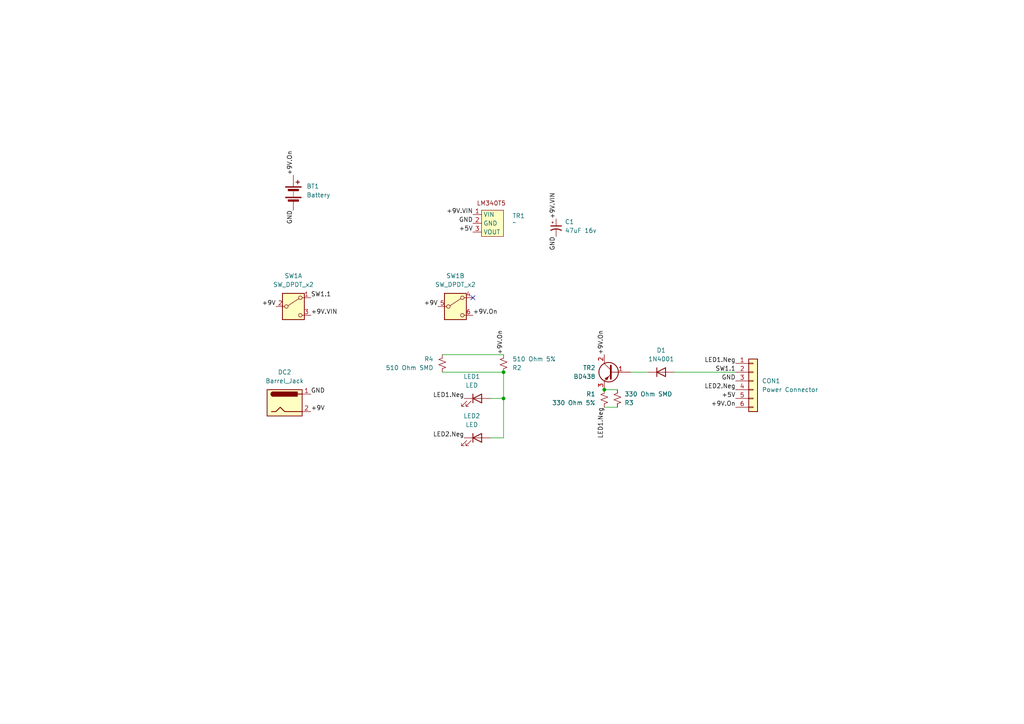
<source format=kicad_sch>
(kicad_sch
	(version 20231120)
	(generator "eeschema")
	(generator_version "8.0")
	(uuid "bad5a59b-91c8-48e1-83b3-cca02ef44901")
	(paper "A4")
	(lib_symbols
		(symbol "!MD02J:LM340T5"
			(exclude_from_sim no)
			(in_bom yes)
			(on_board yes)
			(property "Reference" "U"
				(at 5.334 5.588 0)
				(effects
					(font
						(size 1.27 1.27)
					)
				)
			)
			(property "Value" ""
				(at 0 0 0)
				(effects
					(font
						(size 1.27 1.27)
					)
				)
			)
			(property "Footprint" ""
				(at 0 0 0)
				(effects
					(font
						(size 1.27 1.27)
					)
					(hide yes)
				)
			)
			(property "Datasheet" ""
				(at 0 0 0)
				(effects
					(font
						(size 1.27 1.27)
					)
					(hide yes)
				)
			)
			(property "Description" ""
				(at 0 0 0)
				(effects
					(font
						(size 1.27 1.27)
					)
					(hide yes)
				)
			)
			(symbol "LM340T5_0_0"
				(pin power_in line
					(at 0 0 0)
					(length 2.54)
					(name "VIN"
						(effects
							(font
								(size 1.27 1.27)
							)
						)
					)
					(number "1"
						(effects
							(font
								(size 1.27 1.27)
							)
						)
					)
				)
				(pin power_in line
					(at 0 -2.54 0)
					(length 2.54)
					(name "GND"
						(effects
							(font
								(size 1.27 1.27)
							)
						)
					)
					(number "2"
						(effects
							(font
								(size 1.27 1.27)
							)
						)
					)
				)
				(pin power_out line
					(at 0 -5.08 0)
					(length 2.54)
					(name "VOUT"
						(effects
							(font
								(size 1.27 1.27)
							)
						)
					)
					(number "3"
						(effects
							(font
								(size 1.27 1.27)
							)
						)
					)
				)
			)
			(symbol "LM340T5_1_1"
				(rectangle
					(start 2.54 1.27)
					(end 8.89 -6.35)
					(stroke
						(width 0)
						(type default)
					)
					(fill
						(type background)
					)
				)
				(text "LM340T5"
					(at 5.334 3.302 0)
					(effects
						(font
							(size 1.27 1.27)
						)
					)
				)
			)
		)
		(symbol "Connector:Barrel_Jack"
			(pin_names
				(offset 1.016)
			)
			(exclude_from_sim no)
			(in_bom yes)
			(on_board yes)
			(property "Reference" "J"
				(at 0 5.334 0)
				(effects
					(font
						(size 1.27 1.27)
					)
				)
			)
			(property "Value" "Barrel_Jack"
				(at 0 -5.08 0)
				(effects
					(font
						(size 1.27 1.27)
					)
				)
			)
			(property "Footprint" ""
				(at 1.27 -1.016 0)
				(effects
					(font
						(size 1.27 1.27)
					)
					(hide yes)
				)
			)
			(property "Datasheet" "~"
				(at 1.27 -1.016 0)
				(effects
					(font
						(size 1.27 1.27)
					)
					(hide yes)
				)
			)
			(property "Description" "DC Barrel Jack"
				(at 0 0 0)
				(effects
					(font
						(size 1.27 1.27)
					)
					(hide yes)
				)
			)
			(property "ki_keywords" "DC power barrel jack connector"
				(at 0 0 0)
				(effects
					(font
						(size 1.27 1.27)
					)
					(hide yes)
				)
			)
			(property "ki_fp_filters" "BarrelJack*"
				(at 0 0 0)
				(effects
					(font
						(size 1.27 1.27)
					)
					(hide yes)
				)
			)
			(symbol "Barrel_Jack_0_1"
				(rectangle
					(start -5.08 3.81)
					(end 5.08 -3.81)
					(stroke
						(width 0.254)
						(type default)
					)
					(fill
						(type background)
					)
				)
				(arc
					(start -3.302 3.175)
					(mid -3.9343 2.54)
					(end -3.302 1.905)
					(stroke
						(width 0.254)
						(type default)
					)
					(fill
						(type none)
					)
				)
				(arc
					(start -3.302 3.175)
					(mid -3.9343 2.54)
					(end -3.302 1.905)
					(stroke
						(width 0.254)
						(type default)
					)
					(fill
						(type outline)
					)
				)
				(polyline
					(pts
						(xy 5.08 2.54) (xy 3.81 2.54)
					)
					(stroke
						(width 0.254)
						(type default)
					)
					(fill
						(type none)
					)
				)
				(polyline
					(pts
						(xy -3.81 -2.54) (xy -2.54 -2.54) (xy -1.27 -1.27) (xy 0 -2.54) (xy 2.54 -2.54) (xy 5.08 -2.54)
					)
					(stroke
						(width 0.254)
						(type default)
					)
					(fill
						(type none)
					)
				)
				(rectangle
					(start 3.683 3.175)
					(end -3.302 1.905)
					(stroke
						(width 0.254)
						(type default)
					)
					(fill
						(type outline)
					)
				)
			)
			(symbol "Barrel_Jack_1_1"
				(pin passive line
					(at 7.62 2.54 180)
					(length 2.54)
					(name "~"
						(effects
							(font
								(size 1.27 1.27)
							)
						)
					)
					(number "1"
						(effects
							(font
								(size 1.27 1.27)
							)
						)
					)
				)
				(pin passive line
					(at 7.62 -2.54 180)
					(length 2.54)
					(name "~"
						(effects
							(font
								(size 1.27 1.27)
							)
						)
					)
					(number "2"
						(effects
							(font
								(size 1.27 1.27)
							)
						)
					)
				)
			)
		)
		(symbol "Connector_Generic:Conn_01x06"
			(pin_names
				(offset 1.016) hide)
			(exclude_from_sim no)
			(in_bom yes)
			(on_board yes)
			(property "Reference" "J"
				(at 0 7.62 0)
				(effects
					(font
						(size 1.27 1.27)
					)
				)
			)
			(property "Value" "Conn_01x06"
				(at 0 -10.16 0)
				(effects
					(font
						(size 1.27 1.27)
					)
				)
			)
			(property "Footprint" ""
				(at 0 0 0)
				(effects
					(font
						(size 1.27 1.27)
					)
					(hide yes)
				)
			)
			(property "Datasheet" "~"
				(at 0 0 0)
				(effects
					(font
						(size 1.27 1.27)
					)
					(hide yes)
				)
			)
			(property "Description" "Generic connector, single row, 01x06, script generated (kicad-library-utils/schlib/autogen/connector/)"
				(at 0 0 0)
				(effects
					(font
						(size 1.27 1.27)
					)
					(hide yes)
				)
			)
			(property "ki_keywords" "connector"
				(at 0 0 0)
				(effects
					(font
						(size 1.27 1.27)
					)
					(hide yes)
				)
			)
			(property "ki_fp_filters" "Connector*:*_1x??_*"
				(at 0 0 0)
				(effects
					(font
						(size 1.27 1.27)
					)
					(hide yes)
				)
			)
			(symbol "Conn_01x06_1_1"
				(rectangle
					(start -1.27 -7.493)
					(end 0 -7.747)
					(stroke
						(width 0.1524)
						(type default)
					)
					(fill
						(type none)
					)
				)
				(rectangle
					(start -1.27 -4.953)
					(end 0 -5.207)
					(stroke
						(width 0.1524)
						(type default)
					)
					(fill
						(type none)
					)
				)
				(rectangle
					(start -1.27 -2.413)
					(end 0 -2.667)
					(stroke
						(width 0.1524)
						(type default)
					)
					(fill
						(type none)
					)
				)
				(rectangle
					(start -1.27 0.127)
					(end 0 -0.127)
					(stroke
						(width 0.1524)
						(type default)
					)
					(fill
						(type none)
					)
				)
				(rectangle
					(start -1.27 2.667)
					(end 0 2.413)
					(stroke
						(width 0.1524)
						(type default)
					)
					(fill
						(type none)
					)
				)
				(rectangle
					(start -1.27 5.207)
					(end 0 4.953)
					(stroke
						(width 0.1524)
						(type default)
					)
					(fill
						(type none)
					)
				)
				(rectangle
					(start -1.27 6.35)
					(end 1.27 -8.89)
					(stroke
						(width 0.254)
						(type default)
					)
					(fill
						(type background)
					)
				)
				(pin passive line
					(at -5.08 5.08 0)
					(length 3.81)
					(name "Pin_1"
						(effects
							(font
								(size 1.27 1.27)
							)
						)
					)
					(number "1"
						(effects
							(font
								(size 1.27 1.27)
							)
						)
					)
				)
				(pin passive line
					(at -5.08 2.54 0)
					(length 3.81)
					(name "Pin_2"
						(effects
							(font
								(size 1.27 1.27)
							)
						)
					)
					(number "2"
						(effects
							(font
								(size 1.27 1.27)
							)
						)
					)
				)
				(pin passive line
					(at -5.08 0 0)
					(length 3.81)
					(name "Pin_3"
						(effects
							(font
								(size 1.27 1.27)
							)
						)
					)
					(number "3"
						(effects
							(font
								(size 1.27 1.27)
							)
						)
					)
				)
				(pin passive line
					(at -5.08 -2.54 0)
					(length 3.81)
					(name "Pin_4"
						(effects
							(font
								(size 1.27 1.27)
							)
						)
					)
					(number "4"
						(effects
							(font
								(size 1.27 1.27)
							)
						)
					)
				)
				(pin passive line
					(at -5.08 -5.08 0)
					(length 3.81)
					(name "Pin_5"
						(effects
							(font
								(size 1.27 1.27)
							)
						)
					)
					(number "5"
						(effects
							(font
								(size 1.27 1.27)
							)
						)
					)
				)
				(pin passive line
					(at -5.08 -7.62 0)
					(length 3.81)
					(name "Pin_6"
						(effects
							(font
								(size 1.27 1.27)
							)
						)
					)
					(number "6"
						(effects
							(font
								(size 1.27 1.27)
							)
						)
					)
				)
			)
		)
		(symbol "Device:Battery"
			(pin_numbers hide)
			(pin_names
				(offset 0) hide)
			(exclude_from_sim no)
			(in_bom yes)
			(on_board yes)
			(property "Reference" "BT"
				(at 2.54 2.54 0)
				(effects
					(font
						(size 1.27 1.27)
					)
					(justify left)
				)
			)
			(property "Value" "Battery"
				(at 2.54 0 0)
				(effects
					(font
						(size 1.27 1.27)
					)
					(justify left)
				)
			)
			(property "Footprint" ""
				(at 0 1.524 90)
				(effects
					(font
						(size 1.27 1.27)
					)
					(hide yes)
				)
			)
			(property "Datasheet" "~"
				(at 0 1.524 90)
				(effects
					(font
						(size 1.27 1.27)
					)
					(hide yes)
				)
			)
			(property "Description" "Multiple-cell battery"
				(at 0 0 0)
				(effects
					(font
						(size 1.27 1.27)
					)
					(hide yes)
				)
			)
			(property "ki_keywords" "batt voltage-source cell"
				(at 0 0 0)
				(effects
					(font
						(size 1.27 1.27)
					)
					(hide yes)
				)
			)
			(symbol "Battery_0_1"
				(rectangle
					(start -2.286 -1.27)
					(end 2.286 -1.524)
					(stroke
						(width 0)
						(type default)
					)
					(fill
						(type outline)
					)
				)
				(rectangle
					(start -2.286 1.778)
					(end 2.286 1.524)
					(stroke
						(width 0)
						(type default)
					)
					(fill
						(type outline)
					)
				)
				(rectangle
					(start -1.524 -2.032)
					(end 1.524 -2.54)
					(stroke
						(width 0)
						(type default)
					)
					(fill
						(type outline)
					)
				)
				(rectangle
					(start -1.524 1.016)
					(end 1.524 0.508)
					(stroke
						(width 0)
						(type default)
					)
					(fill
						(type outline)
					)
				)
				(polyline
					(pts
						(xy 0 -1.016) (xy 0 -0.762)
					)
					(stroke
						(width 0)
						(type default)
					)
					(fill
						(type none)
					)
				)
				(polyline
					(pts
						(xy 0 -0.508) (xy 0 -0.254)
					)
					(stroke
						(width 0)
						(type default)
					)
					(fill
						(type none)
					)
				)
				(polyline
					(pts
						(xy 0 0) (xy 0 0.254)
					)
					(stroke
						(width 0)
						(type default)
					)
					(fill
						(type none)
					)
				)
				(polyline
					(pts
						(xy 0 1.778) (xy 0 2.54)
					)
					(stroke
						(width 0)
						(type default)
					)
					(fill
						(type none)
					)
				)
				(polyline
					(pts
						(xy 0.762 3.048) (xy 1.778 3.048)
					)
					(stroke
						(width 0.254)
						(type default)
					)
					(fill
						(type none)
					)
				)
				(polyline
					(pts
						(xy 1.27 3.556) (xy 1.27 2.54)
					)
					(stroke
						(width 0.254)
						(type default)
					)
					(fill
						(type none)
					)
				)
			)
			(symbol "Battery_1_1"
				(pin passive line
					(at 0 5.08 270)
					(length 2.54)
					(name "+"
						(effects
							(font
								(size 1.27 1.27)
							)
						)
					)
					(number "1"
						(effects
							(font
								(size 1.27 1.27)
							)
						)
					)
				)
				(pin passive line
					(at 0 -5.08 90)
					(length 2.54)
					(name "-"
						(effects
							(font
								(size 1.27 1.27)
							)
						)
					)
					(number "2"
						(effects
							(font
								(size 1.27 1.27)
							)
						)
					)
				)
			)
		)
		(symbol "Device:C_Polarized_Small_US"
			(pin_numbers hide)
			(pin_names
				(offset 0.254) hide)
			(exclude_from_sim no)
			(in_bom yes)
			(on_board yes)
			(property "Reference" "C"
				(at 0.254 1.778 0)
				(effects
					(font
						(size 1.27 1.27)
					)
					(justify left)
				)
			)
			(property "Value" "C_Polarized_Small_US"
				(at 0.254 -2.032 0)
				(effects
					(font
						(size 1.27 1.27)
					)
					(justify left)
				)
			)
			(property "Footprint" ""
				(at 0 0 0)
				(effects
					(font
						(size 1.27 1.27)
					)
					(hide yes)
				)
			)
			(property "Datasheet" "~"
				(at 0 0 0)
				(effects
					(font
						(size 1.27 1.27)
					)
					(hide yes)
				)
			)
			(property "Description" "Polarized capacitor, small US symbol"
				(at 0 0 0)
				(effects
					(font
						(size 1.27 1.27)
					)
					(hide yes)
				)
			)
			(property "ki_keywords" "cap capacitor"
				(at 0 0 0)
				(effects
					(font
						(size 1.27 1.27)
					)
					(hide yes)
				)
			)
			(property "ki_fp_filters" "CP_*"
				(at 0 0 0)
				(effects
					(font
						(size 1.27 1.27)
					)
					(hide yes)
				)
			)
			(symbol "C_Polarized_Small_US_0_1"
				(polyline
					(pts
						(xy -1.524 0.508) (xy 1.524 0.508)
					)
					(stroke
						(width 0.3048)
						(type default)
					)
					(fill
						(type none)
					)
				)
				(polyline
					(pts
						(xy -1.27 1.524) (xy -0.762 1.524)
					)
					(stroke
						(width 0)
						(type default)
					)
					(fill
						(type none)
					)
				)
				(polyline
					(pts
						(xy -1.016 1.27) (xy -1.016 1.778)
					)
					(stroke
						(width 0)
						(type default)
					)
					(fill
						(type none)
					)
				)
				(arc
					(start 1.524 -0.762)
					(mid 0 -0.3734)
					(end -1.524 -0.762)
					(stroke
						(width 0.3048)
						(type default)
					)
					(fill
						(type none)
					)
				)
			)
			(symbol "C_Polarized_Small_US_1_1"
				(pin passive line
					(at 0 2.54 270)
					(length 2.032)
					(name "~"
						(effects
							(font
								(size 1.27 1.27)
							)
						)
					)
					(number "1"
						(effects
							(font
								(size 1.27 1.27)
							)
						)
					)
				)
				(pin passive line
					(at 0 -2.54 90)
					(length 2.032)
					(name "~"
						(effects
							(font
								(size 1.27 1.27)
							)
						)
					)
					(number "2"
						(effects
							(font
								(size 1.27 1.27)
							)
						)
					)
				)
			)
		)
		(symbol "Device:LED"
			(pin_numbers hide)
			(pin_names
				(offset 1.016) hide)
			(exclude_from_sim no)
			(in_bom yes)
			(on_board yes)
			(property "Reference" "D"
				(at 0 2.54 0)
				(effects
					(font
						(size 1.27 1.27)
					)
				)
			)
			(property "Value" "LED"
				(at 0 -2.54 0)
				(effects
					(font
						(size 1.27 1.27)
					)
				)
			)
			(property "Footprint" ""
				(at 0 0 0)
				(effects
					(font
						(size 1.27 1.27)
					)
					(hide yes)
				)
			)
			(property "Datasheet" "~"
				(at 0 0 0)
				(effects
					(font
						(size 1.27 1.27)
					)
					(hide yes)
				)
			)
			(property "Description" "Light emitting diode"
				(at 0 0 0)
				(effects
					(font
						(size 1.27 1.27)
					)
					(hide yes)
				)
			)
			(property "ki_keywords" "LED diode"
				(at 0 0 0)
				(effects
					(font
						(size 1.27 1.27)
					)
					(hide yes)
				)
			)
			(property "ki_fp_filters" "LED* LED_SMD:* LED_THT:*"
				(at 0 0 0)
				(effects
					(font
						(size 1.27 1.27)
					)
					(hide yes)
				)
			)
			(symbol "LED_0_1"
				(polyline
					(pts
						(xy -1.27 -1.27) (xy -1.27 1.27)
					)
					(stroke
						(width 0.254)
						(type default)
					)
					(fill
						(type none)
					)
				)
				(polyline
					(pts
						(xy -1.27 0) (xy 1.27 0)
					)
					(stroke
						(width 0)
						(type default)
					)
					(fill
						(type none)
					)
				)
				(polyline
					(pts
						(xy 1.27 -1.27) (xy 1.27 1.27) (xy -1.27 0) (xy 1.27 -1.27)
					)
					(stroke
						(width 0.254)
						(type default)
					)
					(fill
						(type none)
					)
				)
				(polyline
					(pts
						(xy -3.048 -0.762) (xy -4.572 -2.286) (xy -3.81 -2.286) (xy -4.572 -2.286) (xy -4.572 -1.524)
					)
					(stroke
						(width 0)
						(type default)
					)
					(fill
						(type none)
					)
				)
				(polyline
					(pts
						(xy -1.778 -0.762) (xy -3.302 -2.286) (xy -2.54 -2.286) (xy -3.302 -2.286) (xy -3.302 -1.524)
					)
					(stroke
						(width 0)
						(type default)
					)
					(fill
						(type none)
					)
				)
			)
			(symbol "LED_1_1"
				(pin passive line
					(at -3.81 0 0)
					(length 2.54)
					(name "K"
						(effects
							(font
								(size 1.27 1.27)
							)
						)
					)
					(number "1"
						(effects
							(font
								(size 1.27 1.27)
							)
						)
					)
				)
				(pin passive line
					(at 3.81 0 180)
					(length 2.54)
					(name "A"
						(effects
							(font
								(size 1.27 1.27)
							)
						)
					)
					(number "2"
						(effects
							(font
								(size 1.27 1.27)
							)
						)
					)
				)
			)
		)
		(symbol "Device:Q_PNP_BCE"
			(pin_names
				(offset 0) hide)
			(exclude_from_sim no)
			(in_bom yes)
			(on_board yes)
			(property "Reference" "Q"
				(at 5.08 1.27 0)
				(effects
					(font
						(size 1.27 1.27)
					)
					(justify left)
				)
			)
			(property "Value" "Q_PNP_BCE"
				(at 5.08 -1.27 0)
				(effects
					(font
						(size 1.27 1.27)
					)
					(justify left)
				)
			)
			(property "Footprint" ""
				(at 5.08 2.54 0)
				(effects
					(font
						(size 1.27 1.27)
					)
					(hide yes)
				)
			)
			(property "Datasheet" "~"
				(at 0 0 0)
				(effects
					(font
						(size 1.27 1.27)
					)
					(hide yes)
				)
			)
			(property "Description" "PNP transistor, base/collector/emitter"
				(at 0 0 0)
				(effects
					(font
						(size 1.27 1.27)
					)
					(hide yes)
				)
			)
			(property "ki_keywords" "transistor PNP"
				(at 0 0 0)
				(effects
					(font
						(size 1.27 1.27)
					)
					(hide yes)
				)
			)
			(symbol "Q_PNP_BCE_0_1"
				(polyline
					(pts
						(xy 0.635 0.635) (xy 2.54 2.54)
					)
					(stroke
						(width 0)
						(type default)
					)
					(fill
						(type none)
					)
				)
				(polyline
					(pts
						(xy 0.635 -0.635) (xy 2.54 -2.54) (xy 2.54 -2.54)
					)
					(stroke
						(width 0)
						(type default)
					)
					(fill
						(type none)
					)
				)
				(polyline
					(pts
						(xy 0.635 1.905) (xy 0.635 -1.905) (xy 0.635 -1.905)
					)
					(stroke
						(width 0.508)
						(type default)
					)
					(fill
						(type none)
					)
				)
				(polyline
					(pts
						(xy 2.286 -1.778) (xy 1.778 -2.286) (xy 1.27 -1.27) (xy 2.286 -1.778) (xy 2.286 -1.778)
					)
					(stroke
						(width 0)
						(type default)
					)
					(fill
						(type outline)
					)
				)
				(circle
					(center 1.27 0)
					(radius 2.8194)
					(stroke
						(width 0.254)
						(type default)
					)
					(fill
						(type none)
					)
				)
			)
			(symbol "Q_PNP_BCE_1_1"
				(pin input line
					(at -5.08 0 0)
					(length 5.715)
					(name "B"
						(effects
							(font
								(size 1.27 1.27)
							)
						)
					)
					(number "1"
						(effects
							(font
								(size 1.27 1.27)
							)
						)
					)
				)
				(pin passive line
					(at 2.54 5.08 270)
					(length 2.54)
					(name "C"
						(effects
							(font
								(size 1.27 1.27)
							)
						)
					)
					(number "2"
						(effects
							(font
								(size 1.27 1.27)
							)
						)
					)
				)
				(pin passive line
					(at 2.54 -5.08 90)
					(length 2.54)
					(name "E"
						(effects
							(font
								(size 1.27 1.27)
							)
						)
					)
					(number "3"
						(effects
							(font
								(size 1.27 1.27)
							)
						)
					)
				)
			)
		)
		(symbol "Device:R_Small_US"
			(pin_numbers hide)
			(pin_names
				(offset 0.254) hide)
			(exclude_from_sim no)
			(in_bom yes)
			(on_board yes)
			(property "Reference" "R"
				(at 0.762 0.508 0)
				(effects
					(font
						(size 1.27 1.27)
					)
					(justify left)
				)
			)
			(property "Value" "R_Small_US"
				(at 0.762 -1.016 0)
				(effects
					(font
						(size 1.27 1.27)
					)
					(justify left)
				)
			)
			(property "Footprint" ""
				(at 0 0 0)
				(effects
					(font
						(size 1.27 1.27)
					)
					(hide yes)
				)
			)
			(property "Datasheet" "~"
				(at 0 0 0)
				(effects
					(font
						(size 1.27 1.27)
					)
					(hide yes)
				)
			)
			(property "Description" "Resistor, small US symbol"
				(at 0 0 0)
				(effects
					(font
						(size 1.27 1.27)
					)
					(hide yes)
				)
			)
			(property "ki_keywords" "r resistor"
				(at 0 0 0)
				(effects
					(font
						(size 1.27 1.27)
					)
					(hide yes)
				)
			)
			(property "ki_fp_filters" "R_*"
				(at 0 0 0)
				(effects
					(font
						(size 1.27 1.27)
					)
					(hide yes)
				)
			)
			(symbol "R_Small_US_1_1"
				(polyline
					(pts
						(xy 0 0) (xy 1.016 -0.381) (xy 0 -0.762) (xy -1.016 -1.143) (xy 0 -1.524)
					)
					(stroke
						(width 0)
						(type default)
					)
					(fill
						(type none)
					)
				)
				(polyline
					(pts
						(xy 0 1.524) (xy 1.016 1.143) (xy 0 0.762) (xy -1.016 0.381) (xy 0 0)
					)
					(stroke
						(width 0)
						(type default)
					)
					(fill
						(type none)
					)
				)
				(pin passive line
					(at 0 2.54 270)
					(length 1.016)
					(name "~"
						(effects
							(font
								(size 1.27 1.27)
							)
						)
					)
					(number "1"
						(effects
							(font
								(size 1.27 1.27)
							)
						)
					)
				)
				(pin passive line
					(at 0 -2.54 90)
					(length 1.016)
					(name "~"
						(effects
							(font
								(size 1.27 1.27)
							)
						)
					)
					(number "2"
						(effects
							(font
								(size 1.27 1.27)
							)
						)
					)
				)
			)
		)
		(symbol "Diode:1N4001"
			(pin_numbers hide)
			(pin_names hide)
			(exclude_from_sim no)
			(in_bom yes)
			(on_board yes)
			(property "Reference" "D"
				(at 0 2.54 0)
				(effects
					(font
						(size 1.27 1.27)
					)
				)
			)
			(property "Value" "1N4001"
				(at 0 -2.54 0)
				(effects
					(font
						(size 1.27 1.27)
					)
				)
			)
			(property "Footprint" "Diode_THT:D_DO-41_SOD81_P10.16mm_Horizontal"
				(at 0 0 0)
				(effects
					(font
						(size 1.27 1.27)
					)
					(hide yes)
				)
			)
			(property "Datasheet" "http://www.vishay.com/docs/88503/1n4001.pdf"
				(at 0 0 0)
				(effects
					(font
						(size 1.27 1.27)
					)
					(hide yes)
				)
			)
			(property "Description" "50V 1A General Purpose Rectifier Diode, DO-41"
				(at 0 0 0)
				(effects
					(font
						(size 1.27 1.27)
					)
					(hide yes)
				)
			)
			(property "Sim.Device" "D"
				(at 0 0 0)
				(effects
					(font
						(size 1.27 1.27)
					)
					(hide yes)
				)
			)
			(property "Sim.Pins" "1=K 2=A"
				(at 0 0 0)
				(effects
					(font
						(size 1.27 1.27)
					)
					(hide yes)
				)
			)
			(property "ki_keywords" "diode"
				(at 0 0 0)
				(effects
					(font
						(size 1.27 1.27)
					)
					(hide yes)
				)
			)
			(property "ki_fp_filters" "D*DO?41*"
				(at 0 0 0)
				(effects
					(font
						(size 1.27 1.27)
					)
					(hide yes)
				)
			)
			(symbol "1N4001_0_1"
				(polyline
					(pts
						(xy -1.27 1.27) (xy -1.27 -1.27)
					)
					(stroke
						(width 0.254)
						(type default)
					)
					(fill
						(type none)
					)
				)
				(polyline
					(pts
						(xy 1.27 0) (xy -1.27 0)
					)
					(stroke
						(width 0)
						(type default)
					)
					(fill
						(type none)
					)
				)
				(polyline
					(pts
						(xy 1.27 1.27) (xy 1.27 -1.27) (xy -1.27 0) (xy 1.27 1.27)
					)
					(stroke
						(width 0.254)
						(type default)
					)
					(fill
						(type none)
					)
				)
			)
			(symbol "1N4001_1_1"
				(pin passive line
					(at -3.81 0 0)
					(length 2.54)
					(name "K"
						(effects
							(font
								(size 1.27 1.27)
							)
						)
					)
					(number "1"
						(effects
							(font
								(size 1.27 1.27)
							)
						)
					)
				)
				(pin passive line
					(at 3.81 0 180)
					(length 2.54)
					(name "A"
						(effects
							(font
								(size 1.27 1.27)
							)
						)
					)
					(number "2"
						(effects
							(font
								(size 1.27 1.27)
							)
						)
					)
				)
			)
		)
		(symbol "Switch:SW_DPDT_x2"
			(pin_names
				(offset 0) hide)
			(exclude_from_sim no)
			(in_bom yes)
			(on_board yes)
			(property "Reference" "SW"
				(at 0 5.08 0)
				(effects
					(font
						(size 1.27 1.27)
					)
				)
			)
			(property "Value" "SW_DPDT_x2"
				(at 0 -5.08 0)
				(effects
					(font
						(size 1.27 1.27)
					)
				)
			)
			(property "Footprint" ""
				(at 0 0 0)
				(effects
					(font
						(size 1.27 1.27)
					)
					(hide yes)
				)
			)
			(property "Datasheet" "~"
				(at 0 0 0)
				(effects
					(font
						(size 1.27 1.27)
					)
					(hide yes)
				)
			)
			(property "Description" "Switch, dual pole double throw, separate symbols"
				(at 0 0 0)
				(effects
					(font
						(size 1.27 1.27)
					)
					(hide yes)
				)
			)
			(property "ki_keywords" "switch dual-pole double-throw DPDT spdt ON-ON"
				(at 0 0 0)
				(effects
					(font
						(size 1.27 1.27)
					)
					(hide yes)
				)
			)
			(property "ki_fp_filters" "SW*DPDT*"
				(at 0 0 0)
				(effects
					(font
						(size 1.27 1.27)
					)
					(hide yes)
				)
			)
			(symbol "SW_DPDT_x2_0_0"
				(circle
					(center -2.032 0)
					(radius 0.508)
					(stroke
						(width 0)
						(type default)
					)
					(fill
						(type none)
					)
				)
				(circle
					(center 2.032 -2.54)
					(radius 0.508)
					(stroke
						(width 0)
						(type default)
					)
					(fill
						(type none)
					)
				)
			)
			(symbol "SW_DPDT_x2_0_1"
				(rectangle
					(start -3.175 3.81)
					(end 3.175 -3.81)
					(stroke
						(width 0.254)
						(type default)
					)
					(fill
						(type background)
					)
				)
				(polyline
					(pts
						(xy -1.524 0.254) (xy 1.5748 2.286)
					)
					(stroke
						(width 0)
						(type default)
					)
					(fill
						(type none)
					)
				)
				(circle
					(center 2.032 2.54)
					(radius 0.508)
					(stroke
						(width 0)
						(type default)
					)
					(fill
						(type none)
					)
				)
			)
			(symbol "SW_DPDT_x2_1_1"
				(pin passive line
					(at 5.08 2.54 180)
					(length 2.54)
					(name "A"
						(effects
							(font
								(size 1.27 1.27)
							)
						)
					)
					(number "1"
						(effects
							(font
								(size 1.27 1.27)
							)
						)
					)
				)
				(pin passive line
					(at -5.08 0 0)
					(length 2.54)
					(name "B"
						(effects
							(font
								(size 1.27 1.27)
							)
						)
					)
					(number "2"
						(effects
							(font
								(size 1.27 1.27)
							)
						)
					)
				)
				(pin passive line
					(at 5.08 -2.54 180)
					(length 2.54)
					(name "C"
						(effects
							(font
								(size 1.27 1.27)
							)
						)
					)
					(number "3"
						(effects
							(font
								(size 1.27 1.27)
							)
						)
					)
				)
			)
			(symbol "SW_DPDT_x2_2_1"
				(pin passive line
					(at 5.08 2.54 180)
					(length 2.54)
					(name "A"
						(effects
							(font
								(size 1.27 1.27)
							)
						)
					)
					(number "4"
						(effects
							(font
								(size 1.27 1.27)
							)
						)
					)
				)
				(pin passive line
					(at -5.08 0 0)
					(length 2.54)
					(name "B"
						(effects
							(font
								(size 1.27 1.27)
							)
						)
					)
					(number "5"
						(effects
							(font
								(size 1.27 1.27)
							)
						)
					)
				)
				(pin passive line
					(at 5.08 -2.54 180)
					(length 2.54)
					(name "C"
						(effects
							(font
								(size 1.27 1.27)
							)
						)
					)
					(number "6"
						(effects
							(font
								(size 1.27 1.27)
							)
						)
					)
				)
			)
		)
	)
	(junction
		(at 146.05 107.95)
		(diameter 0)
		(color 0 0 0 0)
		(uuid "60525673-5b42-4ff4-91d1-8ccffdcf8173")
	)
	(junction
		(at 175.26 113.03)
		(diameter 0)
		(color 0 0 0 0)
		(uuid "abc28592-e50a-450e-a910-5f066c31375f")
	)
	(junction
		(at 146.05 115.57)
		(diameter 0)
		(color 0 0 0 0)
		(uuid "d1cfc565-8577-4211-a4a3-1a13bd4344c2")
	)
	(no_connect
		(at 137.16 86.36)
		(uuid "e2aab4e1-d1fb-44d0-a92c-7786c0d141a6")
	)
	(wire
		(pts
			(xy 175.26 118.11) (xy 179.07 118.11)
		)
		(stroke
			(width 0)
			(type default)
		)
		(uuid "1a983f77-f799-4d73-bd30-5056d34fc1d9")
	)
	(wire
		(pts
			(xy 128.27 107.95) (xy 146.05 107.95)
		)
		(stroke
			(width 0)
			(type default)
		)
		(uuid "2fcbd8a0-1470-44e5-9c19-b45573f49d48")
	)
	(wire
		(pts
			(xy 182.88 107.95) (xy 187.96 107.95)
		)
		(stroke
			(width 0)
			(type default)
		)
		(uuid "5e601e8d-0991-4160-a393-f0ba1173289b")
	)
	(wire
		(pts
			(xy 146.05 107.95) (xy 146.05 115.57)
		)
		(stroke
			(width 0)
			(type default)
		)
		(uuid "67b63c78-8063-4f38-96b2-65ab3445876c")
	)
	(wire
		(pts
			(xy 142.24 115.57) (xy 146.05 115.57)
		)
		(stroke
			(width 0)
			(type default)
		)
		(uuid "68aaa7e4-910d-4e4a-88f8-33e988a9ebaf")
	)
	(wire
		(pts
			(xy 175.26 113.03) (xy 179.07 113.03)
		)
		(stroke
			(width 0)
			(type default)
		)
		(uuid "93c343ec-e0e4-44f5-b642-650f1bc6f9b4")
	)
	(wire
		(pts
			(xy 146.05 115.57) (xy 146.05 127)
		)
		(stroke
			(width 0)
			(type default)
		)
		(uuid "caa4a4a1-f6de-4323-af99-bc1c5bd36fa4")
	)
	(wire
		(pts
			(xy 195.58 107.95) (xy 213.36 107.95)
		)
		(stroke
			(width 0)
			(type default)
		)
		(uuid "d7a49cb8-5c33-4338-b45e-7a4f8149f04b")
	)
	(wire
		(pts
			(xy 128.27 102.87) (xy 146.05 102.87)
		)
		(stroke
			(width 0)
			(type default)
		)
		(uuid "f64129be-38bd-4084-b8f7-a96499ac5760")
	)
	(wire
		(pts
			(xy 146.05 127) (xy 142.24 127)
		)
		(stroke
			(width 0)
			(type default)
		)
		(uuid "fc013af8-648f-4a7d-af15-f89650971642")
	)
	(label "+9V.On"
		(at 175.26 102.87 90)
		(fields_autoplaced yes)
		(effects
			(font
				(size 1.27 1.27)
			)
			(justify left bottom)
		)
		(uuid "0fcfa5ee-7b44-4224-8b6f-aceae70c1a2c")
	)
	(label "+5V"
		(at 213.36 115.57 180)
		(fields_autoplaced yes)
		(effects
			(font
				(size 1.27 1.27)
			)
			(justify right bottom)
		)
		(uuid "2489af0c-a886-4c46-b64d-ad02fe39ab52")
	)
	(label "LED1.Neg"
		(at 175.26 118.11 270)
		(fields_autoplaced yes)
		(effects
			(font
				(size 1.27 1.27)
			)
			(justify right bottom)
		)
		(uuid "260e7de6-dfa2-4f4d-b457-7894ff89a144")
	)
	(label "GND"
		(at 161.29 68.58 270)
		(fields_autoplaced yes)
		(effects
			(font
				(size 1.27 1.27)
			)
			(justify right bottom)
		)
		(uuid "386f3e30-5d70-4add-bd44-f1b94eb540e9")
	)
	(label "GND"
		(at 85.09 60.96 270)
		(fields_autoplaced yes)
		(effects
			(font
				(size 1.27 1.27)
			)
			(justify right bottom)
		)
		(uuid "3a2d9ea2-0924-46de-aebe-d25e0adb4ec5")
	)
	(label "+9V"
		(at 80.01 88.9 180)
		(fields_autoplaced yes)
		(effects
			(font
				(size 1.27 1.27)
			)
			(justify right bottom)
		)
		(uuid "50115008-33d4-42e3-a268-4db7855639f1")
	)
	(label "+5V"
		(at 137.16 67.31 180)
		(fields_autoplaced yes)
		(effects
			(font
				(size 1.27 1.27)
			)
			(justify right bottom)
		)
		(uuid "5afc02ad-bb12-426d-b5d7-6fa84856dc74")
	)
	(label "GND"
		(at 213.36 110.49 180)
		(fields_autoplaced yes)
		(effects
			(font
				(size 1.27 1.27)
			)
			(justify right bottom)
		)
		(uuid "61f3ca91-2132-46b3-a956-e0687b0d1d73")
	)
	(label "+9V.On"
		(at 137.16 91.44 0)
		(fields_autoplaced yes)
		(effects
			(font
				(size 1.27 1.27)
			)
			(justify left bottom)
		)
		(uuid "635ea305-0ef3-48a3-848d-75e003b172ea")
	)
	(label "SW1.1"
		(at 213.36 107.95 180)
		(fields_autoplaced yes)
		(effects
			(font
				(size 1.27 1.27)
			)
			(justify right bottom)
		)
		(uuid "743c25f4-a731-4281-8994-f8f8af113837")
	)
	(label "LED1.Neg"
		(at 213.36 105.41 180)
		(fields_autoplaced yes)
		(effects
			(font
				(size 1.27 1.27)
			)
			(justify right bottom)
		)
		(uuid "7d46b09a-d9aa-49ca-831c-c329fbfb5167")
	)
	(label "+9V.VIN"
		(at 90.17 91.44 0)
		(fields_autoplaced yes)
		(effects
			(font
				(size 1.27 1.27)
			)
			(justify left bottom)
		)
		(uuid "8b61c51c-db32-4241-8adc-4b763a5b3c10")
	)
	(label "GND"
		(at 90.17 114.3 0)
		(fields_autoplaced yes)
		(effects
			(font
				(size 1.27 1.27)
			)
			(justify left bottom)
		)
		(uuid "8ff27f65-7814-4244-bf8a-0d8f15717d0a")
	)
	(label "+9V.On"
		(at 146.05 102.87 90)
		(fields_autoplaced yes)
		(effects
			(font
				(size 1.27 1.27)
			)
			(justify left bottom)
		)
		(uuid "9c13ce5f-54db-4774-b6ea-dff8e4f72cd4")
	)
	(label "LED2.Neg"
		(at 134.62 127 180)
		(fields_autoplaced yes)
		(effects
			(font
				(size 1.27 1.27)
			)
			(justify right bottom)
		)
		(uuid "9fc2e096-6ae4-426d-81d9-8c724f781436")
	)
	(label "+9V"
		(at 90.17 119.38 0)
		(fields_autoplaced yes)
		(effects
			(font
				(size 1.27 1.27)
			)
			(justify left bottom)
		)
		(uuid "a77852c4-7b80-446a-a50b-887becd52ad3")
	)
	(label "SW1.1"
		(at 90.17 86.36 0)
		(fields_autoplaced yes)
		(effects
			(font
				(size 1.27 1.27)
			)
			(justify left bottom)
		)
		(uuid "b56b4681-ed2f-46e8-9ed9-20138126ebd9")
	)
	(label "+9V.On"
		(at 213.36 118.11 180)
		(fields_autoplaced yes)
		(effects
			(font
				(size 1.27 1.27)
			)
			(justify right bottom)
		)
		(uuid "c4aa5ee0-d17f-4f01-a92b-1a29d6bc82c3")
	)
	(label "+9V.VIN"
		(at 137.16 62.23 180)
		(fields_autoplaced yes)
		(effects
			(font
				(size 1.27 1.27)
			)
			(justify right bottom)
		)
		(uuid "c4b7d148-d3c7-4125-ba62-82579503891f")
	)
	(label "LED2.Neg"
		(at 213.36 113.03 180)
		(fields_autoplaced yes)
		(effects
			(font
				(size 1.27 1.27)
			)
			(justify right bottom)
		)
		(uuid "ce1981c8-cbb7-49fe-a83a-4dc69c41c75a")
	)
	(label "LED1.Neg"
		(at 134.62 115.57 180)
		(fields_autoplaced yes)
		(effects
			(font
				(size 1.27 1.27)
			)
			(justify right bottom)
		)
		(uuid "d6f250c9-cc39-4b43-9314-dc9ba0b0b0ae")
	)
	(label "GND"
		(at 137.16 64.77 180)
		(fields_autoplaced yes)
		(effects
			(font
				(size 1.27 1.27)
			)
			(justify right bottom)
		)
		(uuid "dd18fa48-24fc-4913-8a0b-9308ca751aae")
	)
	(label "+9V"
		(at 127 88.9 180)
		(fields_autoplaced yes)
		(effects
			(font
				(size 1.27 1.27)
			)
			(justify right bottom)
		)
		(uuid "ef04d2d5-6624-4d96-96e5-ba78d0c7e2c1")
	)
	(label "+9V.VIN"
		(at 161.29 63.5 90)
		(fields_autoplaced yes)
		(effects
			(font
				(size 1.27 1.27)
			)
			(justify left bottom)
		)
		(uuid "fa6653f5-016e-4634-b9a3-7027b572a197")
	)
	(label "+9V.On"
		(at 85.09 50.8 90)
		(fields_autoplaced yes)
		(effects
			(font
				(size 1.27 1.27)
			)
			(justify left bottom)
		)
		(uuid "ff6f6fa7-cddd-4d3d-8913-8299645d6574")
	)
	(symbol
		(lib_id "Device:C_Polarized_Small_US")
		(at 161.29 66.04 0)
		(unit 1)
		(exclude_from_sim no)
		(in_bom yes)
		(on_board yes)
		(dnp no)
		(fields_autoplaced yes)
		(uuid "0561a8bf-c950-4d0c-bc2e-c6f181ba32bd")
		(property "Reference" "C1"
			(at 163.83 64.3381 0)
			(effects
				(font
					(size 1.27 1.27)
				)
				(justify left)
			)
		)
		(property "Value" "47uF 16v"
			(at 163.83 66.8781 0)
			(effects
				(font
					(size 1.27 1.27)
				)
				(justify left)
			)
		)
		(property "Footprint" "Capacitor_THT:CP_Radial_D5.0mm_P2.50mm"
			(at 161.29 66.04 0)
			(effects
				(font
					(size 1.27 1.27)
				)
				(hide yes)
			)
		)
		(property "Datasheet" "~"
			(at 161.29 66.04 0)
			(effects
				(font
					(size 1.27 1.27)
				)
				(hide yes)
			)
		)
		(property "Description" "Polarized capacitor, small US symbol"
			(at 161.29 66.04 0)
			(effects
				(font
					(size 1.27 1.27)
				)
				(hide yes)
			)
		)
		(pin "1"
			(uuid "e1036e2a-478d-41ed-89fa-424fb6b9b794")
		)
		(pin "2"
			(uuid "5d52e687-43d7-4536-bce3-9f18776e0bc5")
		)
		(instances
			(project ""
				(path "/bad5a59b-91c8-48e1-83b3-cca02ef44901"
					(reference "C1")
					(unit 1)
				)
			)
		)
	)
	(symbol
		(lib_id "Device:LED")
		(at 138.43 127 0)
		(unit 1)
		(exclude_from_sim no)
		(in_bom yes)
		(on_board yes)
		(dnp no)
		(fields_autoplaced yes)
		(uuid "2548ea22-952b-4609-aec7-7b5426db1c8b")
		(property "Reference" "LED2"
			(at 136.8425 120.65 0)
			(effects
				(font
					(size 1.27 1.27)
				)
			)
		)
		(property "Value" "LED"
			(at 136.8425 123.19 0)
			(effects
				(font
					(size 1.27 1.27)
				)
			)
		)
		(property "Footprint" "LED_THT:LED_D4.0mm"
			(at 138.43 127 0)
			(effects
				(font
					(size 1.27 1.27)
				)
				(hide yes)
			)
		)
		(property "Datasheet" "~"
			(at 138.43 127 0)
			(effects
				(font
					(size 1.27 1.27)
				)
				(hide yes)
			)
		)
		(property "Description" "Light emitting diode"
			(at 138.43 127 0)
			(effects
				(font
					(size 1.27 1.27)
				)
				(hide yes)
			)
		)
		(pin "1"
			(uuid "0e12117f-8aed-4833-951a-ba329e6ba5b7")
		)
		(pin "2"
			(uuid "31e3ba03-dd57-49e1-bde0-57de6057e6fc")
		)
		(instances
			(project "MD02J"
				(path "/bad5a59b-91c8-48e1-83b3-cca02ef44901"
					(reference "LED2")
					(unit 1)
				)
			)
		)
	)
	(symbol
		(lib_id "Connector:Barrel_Jack")
		(at 82.55 116.84 0)
		(unit 1)
		(exclude_from_sim no)
		(in_bom yes)
		(on_board yes)
		(dnp no)
		(fields_autoplaced yes)
		(uuid "2b418a4d-4d7a-4461-87d8-c0567f777ba9")
		(property "Reference" "DC2"
			(at 82.55 107.95 0)
			(effects
				(font
					(size 1.27 1.27)
				)
			)
		)
		(property "Value" "Barrel_Jack"
			(at 82.55 110.49 0)
			(effects
				(font
					(size 1.27 1.27)
				)
			)
		)
		(property "Footprint" "!MGD2:DC Jack"
			(at 83.82 117.856 0)
			(effects
				(font
					(size 1.27 1.27)
				)
				(hide yes)
			)
		)
		(property "Datasheet" "~"
			(at 83.82 117.856 0)
			(effects
				(font
					(size 1.27 1.27)
				)
				(hide yes)
			)
		)
		(property "Description" "DC Barrel Jack"
			(at 82.55 116.84 0)
			(effects
				(font
					(size 1.27 1.27)
				)
				(hide yes)
			)
		)
		(pin "1"
			(uuid "6adf34e6-c8b0-4b70-bf93-b011634c9d17")
		)
		(pin "2"
			(uuid "9345675a-41c6-4b69-830d-cb8f3044db8f")
		)
		(instances
			(project ""
				(path "/bad5a59b-91c8-48e1-83b3-cca02ef44901"
					(reference "DC2")
					(unit 1)
				)
			)
		)
	)
	(symbol
		(lib_id "!MD02J:LM340T5")
		(at 137.16 62.23 0)
		(unit 1)
		(exclude_from_sim no)
		(in_bom yes)
		(on_board yes)
		(dnp no)
		(fields_autoplaced yes)
		(uuid "2d685538-a6c9-4fb9-8928-67384939c913")
		(property "Reference" "TR1"
			(at 148.59 62.6081 0)
			(effects
				(font
					(size 1.27 1.27)
				)
				(justify left)
			)
		)
		(property "Value" "~"
			(at 148.59 64.5132 0)
			(effects
				(font
					(size 1.27 1.27)
				)
				(justify left)
			)
		)
		(property "Footprint" "Package_TO_SOT_THT:TO-220-3_Horizontal_TabDown"
			(at 137.16 62.23 0)
			(effects
				(font
					(size 1.27 1.27)
				)
				(hide yes)
			)
		)
		(property "Datasheet" ""
			(at 137.16 62.23 0)
			(effects
				(font
					(size 1.27 1.27)
				)
				(hide yes)
			)
		)
		(property "Description" ""
			(at 137.16 62.23 0)
			(effects
				(font
					(size 1.27 1.27)
				)
				(hide yes)
			)
		)
		(pin "3"
			(uuid "8d162c8e-8b5e-4f93-b089-e047599fe6e0")
		)
		(pin "2"
			(uuid "75891399-1c39-4e95-9366-56807c1feee5")
		)
		(pin "1"
			(uuid "31a07900-4f7b-4f52-87b5-4ad527fa2f17")
		)
		(instances
			(project ""
				(path "/bad5a59b-91c8-48e1-83b3-cca02ef44901"
					(reference "TR1")
					(unit 1)
				)
			)
		)
	)
	(symbol
		(lib_id "Device:R_Small_US")
		(at 146.05 105.41 0)
		(mirror x)
		(unit 1)
		(exclude_from_sim no)
		(in_bom yes)
		(on_board yes)
		(dnp no)
		(fields_autoplaced yes)
		(uuid "344a56f2-d987-44f9-a2b1-bd4f5041c3c0")
		(property "Reference" "R2"
			(at 148.59 106.6801 0)
			(effects
				(font
					(size 1.27 1.27)
				)
				(justify left)
			)
		)
		(property "Value" "510 Ohm 5%"
			(at 148.59 104.1401 0)
			(effects
				(font
					(size 1.27 1.27)
				)
				(justify left)
			)
		)
		(property "Footprint" "Resistor_THT:R_Axial_DIN0207_L6.3mm_D2.5mm_P10.16mm_Horizontal"
			(at 146.05 105.41 0)
			(effects
				(font
					(size 1.27 1.27)
				)
				(hide yes)
			)
		)
		(property "Datasheet" "~"
			(at 146.05 105.41 0)
			(effects
				(font
					(size 1.27 1.27)
				)
				(hide yes)
			)
		)
		(property "Description" "Resistor, small US symbol"
			(at 146.05 105.41 0)
			(effects
				(font
					(size 1.27 1.27)
				)
				(hide yes)
			)
		)
		(pin "2"
			(uuid "618fac21-7ef9-4808-abea-938ae33b2dd1")
		)
		(pin "1"
			(uuid "44fc0abc-77fe-494d-91a8-b41fa66ac858")
		)
		(instances
			(project ""
				(path "/bad5a59b-91c8-48e1-83b3-cca02ef44901"
					(reference "R2")
					(unit 1)
				)
			)
		)
	)
	(symbol
		(lib_id "Connector_Generic:Conn_01x06")
		(at 218.44 110.49 0)
		(unit 1)
		(exclude_from_sim no)
		(in_bom yes)
		(on_board yes)
		(dnp no)
		(fields_autoplaced yes)
		(uuid "3da612e9-cc0b-4eee-9e6e-b25353b93bc2")
		(property "Reference" "CON1"
			(at 220.98 110.4899 0)
			(effects
				(font
					(size 1.27 1.27)
				)
				(justify left)
			)
		)
		(property "Value" "Power Connector"
			(at 220.98 113.0299 0)
			(effects
				(font
					(size 1.27 1.27)
				)
				(justify left)
			)
		)
		(property "Footprint" "Connector_PinHeader_2.54mm:PinHeader_1x06_P2.54mm_Vertical"
			(at 218.44 110.49 0)
			(effects
				(font
					(size 1.27 1.27)
				)
				(hide yes)
			)
		)
		(property "Datasheet" "~"
			(at 218.44 110.49 0)
			(effects
				(font
					(size 1.27 1.27)
				)
				(hide yes)
			)
		)
		(property "Description" "Generic connector, single row, 01x06, script generated (kicad-library-utils/schlib/autogen/connector/)"
			(at 218.44 110.49 0)
			(effects
				(font
					(size 1.27 1.27)
				)
				(hide yes)
			)
		)
		(pin "1"
			(uuid "7277356f-43cb-48ea-9f16-5717e4a598b0")
		)
		(pin "6"
			(uuid "27f5ec7e-3cb0-42e8-bfd2-4b156389530f")
		)
		(pin "4"
			(uuid "e10a61a8-c164-4244-adc2-94d07e811623")
		)
		(pin "2"
			(uuid "4a6ecdcb-c8fc-49cb-9629-29bc96eab92d")
		)
		(pin "3"
			(uuid "d0a91de9-e23f-41a7-8ef4-8d9130a2aefc")
		)
		(pin "5"
			(uuid "bd2f7963-bc41-4ed9-a8f8-071a3ee3299f")
		)
		(instances
			(project ""
				(path "/bad5a59b-91c8-48e1-83b3-cca02ef44901"
					(reference "CON1")
					(unit 1)
				)
			)
		)
	)
	(symbol
		(lib_id "Device:R_Small_US")
		(at 175.26 115.57 0)
		(mirror y)
		(unit 1)
		(exclude_from_sim no)
		(in_bom yes)
		(on_board yes)
		(dnp no)
		(fields_autoplaced yes)
		(uuid "51472fc3-034a-4745-b00c-eeb8fa1a255e")
		(property "Reference" "R1"
			(at 172.72 114.2999 0)
			(effects
				(font
					(size 1.27 1.27)
				)
				(justify left)
			)
		)
		(property "Value" "330 Ohm 5%"
			(at 172.72 116.8399 0)
			(effects
				(font
					(size 1.27 1.27)
				)
				(justify left)
			)
		)
		(property "Footprint" "Resistor_THT:R_Axial_DIN0207_L6.3mm_D2.5mm_P10.16mm_Horizontal"
			(at 175.26 115.57 0)
			(effects
				(font
					(size 1.27 1.27)
				)
				(hide yes)
			)
		)
		(property "Datasheet" "~"
			(at 175.26 115.57 0)
			(effects
				(font
					(size 1.27 1.27)
				)
				(hide yes)
			)
		)
		(property "Description" "Resistor, small US symbol"
			(at 175.26 115.57 0)
			(effects
				(font
					(size 1.27 1.27)
				)
				(hide yes)
			)
		)
		(pin "2"
			(uuid "590cbfcd-d4dc-4d10-8614-1a68f87f60da")
		)
		(pin "1"
			(uuid "94b35824-56c6-4d4d-85c8-3fa8c98c130f")
		)
		(instances
			(project ""
				(path "/bad5a59b-91c8-48e1-83b3-cca02ef44901"
					(reference "R1")
					(unit 1)
				)
			)
		)
	)
	(symbol
		(lib_id "Diode:1N4001")
		(at 191.77 107.95 0)
		(unit 1)
		(exclude_from_sim no)
		(in_bom yes)
		(on_board yes)
		(dnp no)
		(fields_autoplaced yes)
		(uuid "66af673c-9754-4764-8ee0-cd77467cb09c")
		(property "Reference" "D1"
			(at 191.77 101.6 0)
			(effects
				(font
					(size 1.27 1.27)
				)
			)
		)
		(property "Value" "1N4001"
			(at 191.77 104.14 0)
			(effects
				(font
					(size 1.27 1.27)
				)
			)
		)
		(property "Footprint" "Diode_THT:D_A-405_P7.62mm_Horizontal"
			(at 191.77 107.95 0)
			(effects
				(font
					(size 1.27 1.27)
				)
				(hide yes)
			)
		)
		(property "Datasheet" "http://www.vishay.com/docs/88503/1n4001.pdf"
			(at 191.77 107.95 0)
			(effects
				(font
					(size 1.27 1.27)
				)
				(hide yes)
			)
		)
		(property "Description" "50V 1A General Purpose Rectifier Diode, DO-41"
			(at 191.77 107.95 0)
			(effects
				(font
					(size 1.27 1.27)
				)
				(hide yes)
			)
		)
		(property "Sim.Device" "D"
			(at 191.77 107.95 0)
			(effects
				(font
					(size 1.27 1.27)
				)
				(hide yes)
			)
		)
		(property "Sim.Pins" "1=K 2=A"
			(at 191.77 107.95 0)
			(effects
				(font
					(size 1.27 1.27)
				)
				(hide yes)
			)
		)
		(pin "1"
			(uuid "0db8348d-822f-4a54-89a0-db4a9186e597")
		)
		(pin "2"
			(uuid "89531b95-17dc-4140-8746-338de85a3218")
		)
		(instances
			(project ""
				(path "/bad5a59b-91c8-48e1-83b3-cca02ef44901"
					(reference "D1")
					(unit 1)
				)
			)
		)
	)
	(symbol
		(lib_id "Device:R_Small_US")
		(at 128.27 105.41 0)
		(mirror x)
		(unit 1)
		(exclude_from_sim no)
		(in_bom yes)
		(on_board yes)
		(dnp no)
		(fields_autoplaced yes)
		(uuid "7fbf241b-95a8-4593-a53d-e9e4916bcb97")
		(property "Reference" "R4"
			(at 125.73 104.1399 0)
			(effects
				(font
					(size 1.27 1.27)
				)
				(justify right)
			)
		)
		(property "Value" "510 Ohm SMD"
			(at 125.73 106.6799 0)
			(effects
				(font
					(size 1.27 1.27)
				)
				(justify right)
			)
		)
		(property "Footprint" "Resistor_SMD:R_1206_3216Metric"
			(at 128.27 105.41 0)
			(effects
				(font
					(size 1.27 1.27)
				)
				(hide yes)
			)
		)
		(property "Datasheet" "~"
			(at 128.27 105.41 0)
			(effects
				(font
					(size 1.27 1.27)
				)
				(hide yes)
			)
		)
		(property "Description" "Resistor, small US symbol"
			(at 128.27 105.41 0)
			(effects
				(font
					(size 1.27 1.27)
				)
				(hide yes)
			)
		)
		(pin "2"
			(uuid "e9a6a70b-9274-40f1-a969-9185aaaebda2")
		)
		(pin "1"
			(uuid "819a74bc-b7fb-4243-8051-83ee2c3c95f7")
		)
		(instances
			(project "MD02J"
				(path "/bad5a59b-91c8-48e1-83b3-cca02ef44901"
					(reference "R4")
					(unit 1)
				)
			)
		)
	)
	(symbol
		(lib_id "Device:R_Small_US")
		(at 179.07 115.57 0)
		(mirror y)
		(unit 1)
		(exclude_from_sim no)
		(in_bom yes)
		(on_board yes)
		(dnp no)
		(uuid "8be5e8a4-3bea-45d6-a8a0-5dcf22334f83")
		(property "Reference" "R3"
			(at 181.102 116.84 0)
			(effects
				(font
					(size 1.27 1.27)
				)
				(justify right)
			)
		)
		(property "Value" "330 Ohm SMD"
			(at 181.102 114.3 0)
			(effects
				(font
					(size 1.27 1.27)
				)
				(justify right)
			)
		)
		(property "Footprint" "Resistor_SMD:R_1206_3216Metric"
			(at 179.07 115.57 0)
			(effects
				(font
					(size 1.27 1.27)
				)
				(hide yes)
			)
		)
		(property "Datasheet" "~"
			(at 179.07 115.57 0)
			(effects
				(font
					(size 1.27 1.27)
				)
				(hide yes)
			)
		)
		(property "Description" "Resistor, small US symbol"
			(at 179.07 115.57 0)
			(effects
				(font
					(size 1.27 1.27)
				)
				(hide yes)
			)
		)
		(pin "2"
			(uuid "3006e12d-1b41-4c68-9e6e-c8af2f1fe0ec")
		)
		(pin "1"
			(uuid "d8d59269-9d58-4fd9-abf6-8656d5696fc6")
		)
		(instances
			(project "MD02J"
				(path "/bad5a59b-91c8-48e1-83b3-cca02ef44901"
					(reference "R3")
					(unit 1)
				)
			)
		)
	)
	(symbol
		(lib_id "Device:LED")
		(at 138.43 115.57 0)
		(unit 1)
		(exclude_from_sim no)
		(in_bom yes)
		(on_board yes)
		(dnp no)
		(fields_autoplaced yes)
		(uuid "98a60a2f-34c4-4b9b-920e-f819b165e484")
		(property "Reference" "LED1"
			(at 136.8425 109.22 0)
			(effects
				(font
					(size 1.27 1.27)
				)
			)
		)
		(property "Value" "LED"
			(at 136.8425 111.76 0)
			(effects
				(font
					(size 1.27 1.27)
				)
			)
		)
		(property "Footprint" "LED_THT:LED_D4.0mm"
			(at 138.43 115.57 0)
			(effects
				(font
					(size 1.27 1.27)
				)
				(hide yes)
			)
		)
		(property "Datasheet" "~"
			(at 138.43 115.57 0)
			(effects
				(font
					(size 1.27 1.27)
				)
				(hide yes)
			)
		)
		(property "Description" "Light emitting diode"
			(at 138.43 115.57 0)
			(effects
				(font
					(size 1.27 1.27)
				)
				(hide yes)
			)
		)
		(pin "1"
			(uuid "22ec146a-0c22-4b48-af8f-86b60872eabc")
		)
		(pin "2"
			(uuid "fcae5647-11e7-4d0b-897f-4c908158a095")
		)
		(instances
			(project ""
				(path "/bad5a59b-91c8-48e1-83b3-cca02ef44901"
					(reference "LED1")
					(unit 1)
				)
			)
		)
	)
	(symbol
		(lib_id "Switch:SW_DPDT_x2")
		(at 85.09 88.9 0)
		(unit 1)
		(exclude_from_sim no)
		(in_bom yes)
		(on_board yes)
		(dnp no)
		(fields_autoplaced yes)
		(uuid "9b304841-f0cb-467b-b5a7-240804fba372")
		(property "Reference" "SW1"
			(at 85.09 80.01 0)
			(effects
				(font
					(size 1.27 1.27)
				)
			)
		)
		(property "Value" "SW_DPDT_x2"
			(at 85.09 82.55 0)
			(effects
				(font
					(size 1.27 1.27)
				)
			)
		)
		(property "Footprint" "!MGD2:Slide Switch"
			(at 85.09 88.9 0)
			(effects
				(font
					(size 1.27 1.27)
				)
				(hide yes)
			)
		)
		(property "Datasheet" "~"
			(at 85.09 88.9 0)
			(effects
				(font
					(size 1.27 1.27)
				)
				(hide yes)
			)
		)
		(property "Description" "Switch, dual pole double throw, separate symbols"
			(at 85.09 88.9 0)
			(effects
				(font
					(size 1.27 1.27)
				)
				(hide yes)
			)
		)
		(pin "3"
			(uuid "717fb999-bd01-4c5f-bd82-638c063445f1")
		)
		(pin "5"
			(uuid "4e9c49ea-cfdb-4587-8104-f7e5742f14d8")
		)
		(pin "4"
			(uuid "862bdb6f-8bd3-4c76-a69e-7ec768b3a3dc")
		)
		(pin "2"
			(uuid "ee59f3eb-2c26-43a5-84bf-a395fa6b2621")
		)
		(pin "1"
			(uuid "b12593ba-b1c0-414b-99bc-9b62a9c6e0c1")
		)
		(pin "6"
			(uuid "26e8062f-60f2-4e96-bd11-75d75704f9a8")
		)
		(instances
			(project ""
				(path "/bad5a59b-91c8-48e1-83b3-cca02ef44901"
					(reference "SW1")
					(unit 1)
				)
			)
		)
	)
	(symbol
		(lib_id "Device:Battery")
		(at 85.09 55.88 0)
		(unit 1)
		(exclude_from_sim no)
		(in_bom yes)
		(on_board yes)
		(dnp no)
		(fields_autoplaced yes)
		(uuid "a86d786d-baa7-4b82-849d-47c9dc920f3a")
		(property "Reference" "BT1"
			(at 88.9 54.0384 0)
			(effects
				(font
					(size 1.27 1.27)
				)
				(justify left)
			)
		)
		(property "Value" "Battery"
			(at 88.9 56.5784 0)
			(effects
				(font
					(size 1.27 1.27)
				)
				(justify left)
			)
		)
		(property "Footprint" "!MGD2:Battery"
			(at 85.09 54.356 90)
			(effects
				(font
					(size 1.27 1.27)
				)
				(hide yes)
			)
		)
		(property "Datasheet" "~"
			(at 85.09 54.356 90)
			(effects
				(font
					(size 1.27 1.27)
				)
				(hide yes)
			)
		)
		(property "Description" "Multiple-cell battery"
			(at 85.09 55.88 0)
			(effects
				(font
					(size 1.27 1.27)
				)
				(hide yes)
			)
		)
		(pin "1"
			(uuid "f54fadec-784e-4a72-8707-5f641f63b385")
		)
		(pin "2"
			(uuid "38f3c2c7-e854-490a-9ebf-b1a7afcf0d33")
		)
		(instances
			(project ""
				(path "/bad5a59b-91c8-48e1-83b3-cca02ef44901"
					(reference "BT1")
					(unit 1)
				)
			)
		)
	)
	(symbol
		(lib_id "Switch:SW_DPDT_x2")
		(at 132.08 88.9 0)
		(unit 2)
		(exclude_from_sim no)
		(in_bom yes)
		(on_board yes)
		(dnp no)
		(fields_autoplaced yes)
		(uuid "d07ce015-b64b-486a-a42c-467e94e49645")
		(property "Reference" "SW1"
			(at 132.08 80.01 0)
			(effects
				(font
					(size 1.27 1.27)
				)
			)
		)
		(property "Value" "SW_DPDT_x2"
			(at 132.08 82.55 0)
			(effects
				(font
					(size 1.27 1.27)
				)
			)
		)
		(property "Footprint" "!MGD2:Slide Switch"
			(at 132.08 88.9 0)
			(effects
				(font
					(size 1.27 1.27)
				)
				(hide yes)
			)
		)
		(property "Datasheet" "~"
			(at 132.08 88.9 0)
			(effects
				(font
					(size 1.27 1.27)
				)
				(hide yes)
			)
		)
		(property "Description" "Switch, dual pole double throw, separate symbols"
			(at 132.08 88.9 0)
			(effects
				(font
					(size 1.27 1.27)
				)
				(hide yes)
			)
		)
		(pin "3"
			(uuid "717fb999-bd01-4c5f-bd82-638c063445f2")
		)
		(pin "5"
			(uuid "4e9c49ea-cfdb-4587-8104-f7e5742f14d9")
		)
		(pin "4"
			(uuid "862bdb6f-8bd3-4c76-a69e-7ec768b3a3dd")
		)
		(pin "2"
			(uuid "ee59f3eb-2c26-43a5-84bf-a395fa6b2622")
		)
		(pin "1"
			(uuid "b12593ba-b1c0-414b-99bc-9b62a9c6e0c2")
		)
		(pin "6"
			(uuid "26e8062f-60f2-4e96-bd11-75d75704f9a9")
		)
		(instances
			(project ""
				(path "/bad5a59b-91c8-48e1-83b3-cca02ef44901"
					(reference "SW1")
					(unit 2)
				)
			)
		)
	)
	(symbol
		(lib_id "Device:Q_PNP_BCE")
		(at 177.8 107.95 0)
		(mirror y)
		(unit 1)
		(exclude_from_sim no)
		(in_bom yes)
		(on_board yes)
		(dnp no)
		(fields_autoplaced yes)
		(uuid "d2921dc9-099f-4cb6-83d9-8b8bd3978aba")
		(property "Reference" "TR2"
			(at 172.72 106.6799 0)
			(effects
				(font
					(size 1.27 1.27)
				)
				(justify left)
			)
		)
		(property "Value" "BD438"
			(at 172.72 109.2199 0)
			(effects
				(font
					(size 1.27 1.27)
				)
				(justify left)
			)
		)
		(property "Footprint" "Package_TO_SOT_THT:TO-220-3_Horizontal_TabDown"
			(at 172.72 105.41 0)
			(effects
				(font
					(size 1.27 1.27)
				)
				(hide yes)
			)
		)
		(property "Datasheet" "~"
			(at 177.8 107.95 0)
			(effects
				(font
					(size 1.27 1.27)
				)
				(hide yes)
			)
		)
		(property "Description" "PNP transistor, base/collector/emitter"
			(at 177.8 107.95 0)
			(effects
				(font
					(size 1.27 1.27)
				)
				(hide yes)
			)
		)
		(pin "1"
			(uuid "3eec195b-a88e-4dca-a57f-5905e5320dc2")
		)
		(pin "3"
			(uuid "c6dada80-b647-4bbe-95b2-97bba9f7ed18")
		)
		(pin "2"
			(uuid "84359901-eb9d-4da9-aa9e-3787bad579c5")
		)
		(instances
			(project ""
				(path "/bad5a59b-91c8-48e1-83b3-cca02ef44901"
					(reference "TR2")
					(unit 1)
				)
			)
		)
	)
	(sheet_instances
		(path "/"
			(page "1")
		)
	)
)

</source>
